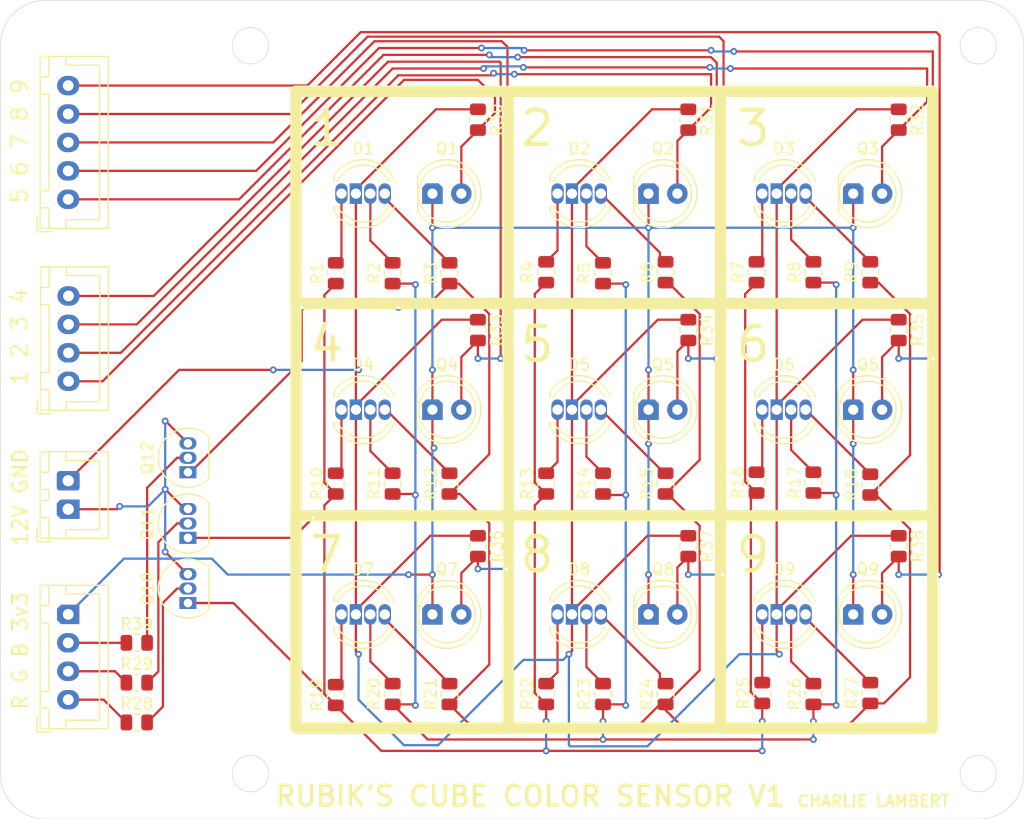
<source format=kicad_pcb>
(kicad_pcb (version 20240108) (generator "pcbnew") (generator_version "8.0")
  (title_block (title "Rubik's Cube Color Sensor") (date "2024-03-12") (rev "A") (company "Designed by Charlie Lambert") (comment 1 "Color sensor board for Rubik's Cube Solving Machine"))
  (layers (0 "F.Cu" signal) (31 "B.Cu" signal) (34 "B.Paste" user) (35 "F.Paste" user) (36 "B.SilkS" user "B.Silkscreen") (37 "F.SilkS" user "F.Silkscreen") (38 "B.Mask" user) (39 "F.Mask" user) (44 "Edge.Cuts" user))
  (net 0 "")
  (net 1 "Net-(D1-GA)")
  (net 2 "Net-(D1-BA)")
  (net 3 "Net-(D1-RA)")
  (net 4 "Net-(D1-K)")
  (net 5 "Net-(D2-BA)")
  (net 6 "Net-(D2-RA)")
  (net 7 "Net-(D2-GA)")
  (net 8 "Net-(D3-RA)")
  (net 9 "Net-(D3-BA)")
  (net 10 "Net-(D3-GA)")
  (net 11 "Net-(D4-GA)")
  (net 12 "Net-(D4-BA)")
  (net 13 "Net-(D4-RA)")
  (net 14 "Net-(D5-BA)")
  (net 15 "Net-(D5-RA)")
  (net 16 "Net-(D5-GA)")
  (net 17 "Net-(D6-RA)")
  (net 18 "Net-(D6-GA)")
  (net 19 "Net-(D6-BA)")
  (net 20 "Net-(D7-RA)")
  (net 21 "Net-(D7-BA)")
  (net 22 "Net-(D7-GA)")
  (net 23 "Net-(D8-GA)")
  (net 24 "Net-(D8-RA)")
  (net 25 "Net-(D8-BA)")
  (net 26 "Net-(D9-RA)")
  (net 27 "Net-(D9-BA)")
  (net 28 "Net-(D9-GA)")
  (net 29 "Net-(J1-GREEN)")
  (net 30 "Net-(J1-3v3)")
  (net 31 "Net-(J1-RED)")
  (net 32 "Net-(J1-BLUE)")
  (net 33 "Net-(J2-12V)")
  (net 34 "Net-(J3-Pin_1)")
  (net 35 "Net-(J3-Pin_4)")
  (net 36 "Net-(J3-Pin_2)")
  (net 37 "Net-(J3-Pin_3)")
  (net 38 "Net-(J4-Pin_1)")
  (net 39 "Net-(J4-Pin_4)")
  (net 40 "Net-(J4-Pin_2)")
  (net 41 "Net-(J4-Pin_5)")
  (net 42 "Net-(J4-Pin_3)")
  (net 43 "Net-(Q10-E)")
  (net 44 "Net-(Q10-B)")
  (net 45 "Net-(Q11-B)")
  (net 46 "Net-(Q11-E)")
  (net 47 "Net-(Q12-B)")
  (net 48 "Net-(Q12-E)")
  (footprint "Resistor_SMD:R_0805_2012Metric" (layer "F.Cu") (at 125.5 106.5 90)
    (property "Reference" "R10")
    (property "Value" "470R")
  )
  (footprint "LED_THT:LED_D5.0mm_Clear" (layer "F.Cu") (at 134 81)
    (property "Reference" "Q1")
    (property "Value" "PT334-6C")
  )
  (footprint "Resistor_SMD:R_0805_2012Metric" (layer "F.Cu") (at 156.5 93 -90)
    (property "Reference" "R34")
    (property "Value" "100kR")
  )
  (footprint "LED_THT:LED_D5.0mm_Clear" (layer "F.Cu") (at 171 100)
    (property "Reference" "Q6")
    (property "Value" "PT334-6C")
  )
  (footprint "Resistor_SMD:R_0805_2012Metric" (layer "F.Cu") (at 135.5 88 90)
    (property "Reference" "R3")
    (property "Value" "430R")
  )
  (footprint "LED_THT:LED_D5.0mm_Clear" (layer "F.Cu") (at 153 118)
    (property "Reference" "Q8")
    (property "Value" "PT334-6C")
  )
  (footprint "Connector_JST:JST_XH_B5B-XH-A_1x05_P2.50mm_Vertical" (layer "F.Cu") (at 101.975 81.5 90)
    (property "Reference" "J4" (hide yes))
    (property "Value" "Color Out 2")
  )
  (footprint "Resistor_SMD:R_0805_2012Metric" (layer "F.Cu") (at 138 74.5 -90)
    (property "Reference" "R30")
    (property "Value" "100kR")
  )
  (footprint "Resistor_SMD:R_0805_2012Metric" (layer "F.Cu") (at 172.5 124.9125 90)
    (property "Reference" "R27")
    (property "Value" "430R")
  )
  (footprint "Package_TO_SOT_THT:TO-92_Inline" (layer "F.Cu") (at 112.5 105.5 90)
    (property "Reference" "Q12")
    (property "Value" "PN2222A")
  )
  (footprint "LED_THT:LED_D5.0mm-RKGB" (layer "F.Cu") (at 126 100)
    (property "Reference" "D4")
    (property "Value" "LED_KRGB")
  )
  (footprint "Resistor_SMD:R_0805_2012Metric" (layer "F.Cu") (at 175 93 -90)
    (property "Reference" "R35")
    (property "Value" "100kR")
  )
  (footprint "LED_THT:LED_D5.0mm_Clear" (layer "F.Cu") (at 153 100)
    (property "Reference" "Q5")
    (property "Value" "PT334-6C")
  )
  (footprint "Resistor_SMD:R_0805_2012Metric" (layer "F.Cu") (at 125.5 125.0875 90)
    (property "Reference" "R19")
    (property "Value" "470R")
  )
  (footprint "Package_TO_SOT_THT:TO-92_Inline" (layer "F.Cu") (at 112.5 117 90)
    (property "Reference" "Q10")
    (property "Value" "PN2222A")
  )
  (footprint "Resistor_SMD:R_0805_2012Metric" (layer "F.Cu") (at 154.5 87.9125 90)
    (property "Reference" "R6")
    (property "Value" "430R")
  )
  (footprint "Resistor_SMD:R_0805_2012Metric" (layer "F.Cu") (at 130.5 125 90)
    (property "Reference" "R20")
    (property "Value" "430R")
  )
  (footprint "Resistor_SMD:R_0805_2012Metric" (layer "F.Cu") (at 172.5 87.9125 90)
    (property "Reference" "R9")
    (property "Value" "430R")
  )
  (footprint "Resistor_SMD:R_0805_2012Metric" (layer "F.Cu") (at 167.5 106.4125 90)
    (property "Reference" "R17")
    (property "Value" "430R")
  )
  (footprint "LED_THT:LED_D5.0mm_Clear" (layer "F.Cu") (at 171 81)
    (property "Reference" "Q3")
    (property "Value" "PT334-6C")
  )
  (footprint "Resistor_SMD:R_0805_2012Metric" (layer "F.Cu") (at 167.5 87.9125 90)
    (property "Reference" "R8")
    (property "Value" "430R")
  )
  (footprint "Resistor_SMD:R_0805_2012Metric" (layer "F.Cu") (at 135.5 125 90)
    (property "Reference" "R21")
    (property "Value" "430R")
  )
  (footprint "Resistor_SMD:R_0805_2012Metric" (layer "F.Cu") (at 108 127.5)
    (property "Reference" "R28")
    (property "Value" "1kR")
  )
  (footprint "Resistor_SMD:R_0805_2012Metric" (layer "F.Cu") (at 175 74.5 -90)
    (property "Reference" "R32")
    (property "Value" "100kR")
  )
  (footprint "Package_TO_SOT_THT:TO-92_Inline" (layer "F.Cu") (at 112.5 111.27 90)
    (property "Reference" "Q11")
    (property "Value" "PN2222A")
  )
  (footprint "Resistor_SMD:R_0805_2012Metric" (layer "F.Cu") (at 130.5 106.5 90)
    (property "Reference" "R11")
    (property "Value" "430R")
  )
  (footprint "LED_THT:LED_D5.0mm-RKGB" (layer "F.Cu") (at 163 100)
    (property "Reference" "D6")
    (property "Value" "LED_KRGB")
  )
  (footprint "Resistor_SMD:R_0805_2012Metric" (layer "F.Cu") (at 154.5 125 90)
    (property "Reference" "R24")
    (property "Value" "430R")
  )
  (footprint "Resistor_SMD:R_0805_2012Metric" (layer "F.Cu") (at 149 125 90)
    (property "Reference" "R23")
    (property "Value" "430R")
  )
  (footprint "LED_THT:LED_D5.0mm_Clear" (layer "F.Cu") (at 153 81)
    (property "Reference" "Q2")
    (property "Value" "PT334-6C")
  )
  (footprint "Resistor_SMD:R_0805_2012Metric" (layer "F.Cu") (at 144 106.5 90)
    (property "Reference" "R13")
    (property "Value" "470R")
  )
  (footprint "Resistor_SMD:R_0805_2012Metric" (layer "F.Cu") (at 135.5 106.5 90)
    (property "Reference" "R12")
    (property "Value" "430R")
  )
  (footprint "Resistor_SMD:R_0805_2012Metric" (layer "F.Cu") (at 154.5 106.5 90)
    (property "Reference" "R15")
    (property "Value" "430R")
  )
  (footprint "Resistor_SMD:R_0805_2012Metric" (layer "F.Cu") (at 108 124)
    (property "Reference" "R29")
    (property "Value" "1kR")
  )
  (footprint "Resistor_SMD:R_0805_2012Metric" (layer "F.Cu") (at 130.5 88 90)
    (property "Reference" "R2")
    (property "Value" "430R")
  )
  (footprint "LED_THT:LED_D5.0mm_Clear" (layer "F.Cu") (at 171 118)
    (property "Reference" "Q9")
    (property "Value" "PT334-6C")
  )
  (footprint "Resistor_SMD:R_0805_2012Metric" (layer "F.Cu") (at 138 112 -90)
    (property "Reference" "R36")
    (property "Value" "100kR")
  )
  (footprint "LED_THT:LED_D5.0mm-RKGB" (layer "F.Cu") (at 145 100)
    (property "Reference" "D5")
    (property "Value" "LED_KRGB")
  )
  (footprint "Resistor_SMD:R_0805_2012Metric" (layer "F.Cu") (at 149 88 90)
    (property "Reference" "R5")
    (property "Value" "430R")
  )
  (footprint "LED_THT:LED_D5.0mm-RKGB" (layer "F.Cu") (at 145 118)
    (property "Reference" "D8")
    (property "Value" "LED_KRGB")
  )
  (footprint "Resistor_SMD:R_0805_2012Metric" (layer "F.Cu") (at 167.5 125 90)
    (property "Reference" "R26")
    (property "Value" "430R")
  )
  (footprint "Connector_JST:JST_XH_B2B-XH-A_1x02_P2.50mm_Vertical" (layer "F.Cu") (at 101.975 108.75 90)
    (property "Reference" "J2" (hide yes))
    (property "Value" "Power")
  )
  (footprint "Resistor_SMD:R_0805_2012Metric" (layer "F.Cu") (at 125.5 88 90)
    (property "Reference" "R1")
    (property "Value" "470R")
  )
  (footprint "Resistor_SMD:R_0805_2012Metric" (layer "F.Cu") (at 175 112 -90)
    (property "Reference" "R38")
    (property "Value" "100kR")
  )
  (footprint "Resistor_SMD:R_0805_2012Metric" (layer "F.Cu") (at 162.5 106.4125 90)
    (property "Reference" "R16")
    (property "Value" "470R")
  )
  (footprint "Resistor_SMD:R_0805_2012Metric" (layer "F.Cu") (at 108 120.5)
    (property "Reference" "R39")
    (property "Value" "1kR")
  )
  (footprint "Resistor_SMD:R_0805_2012Metric" (layer "F.Cu") (at 163 124.9125 90)
    (property "Reference" "R25")
    (property "Value" "470R")
  )
  (footprint "Resistor_SMD:R_0805_2012Metric" (layer "F.Cu") (at 138 93 -90)
    (property "Reference" "R33")
    (property "Value" "100kR")
  )
  (footprint "Resistor_SMD:R_0805_2012Metric" (layer "F.Cu") (at 149 106.5 90)
    (property "Reference" "R14")
    (property "Value" "430R")
  )
  (footprint "LED_THT:LED_D5.0mm-RKGB" (layer "F.Cu") (at 163 81)
    (property "Reference" "D3")
    (property "Value" "LED_KRGB")
  )
  (footprint "LED_THT:LED_D5.0mm-RKGB" (layer "F.Cu") (at 126 118)
    (property "Reference" "D7")
    (property "Value" "LED_KRGB")
  )
  (footprint "LED_THT:LED_D5.0mm-RKGB" (layer "F.Cu") (at 145 81)
    (property "Reference" "D2")
    (property "Value" "LED_KRGB")
  )
  (footprint "Resistor_SMD:R_0805_2012Metric" (layer "F.Cu") (at 172.5 106.5875 90)
    (property "Reference" "R18")
    (property "Value" "430R")
  )
  (footprint "Connector_JST:JST_XH_B4B-XH-A_1x04_P2.50mm_Vertical" (layer "F.Cu") (at 102 97.5 90)
    (property "Reference" "J3" (hide yes))
    (property "Value" "Color Out 1")
  )
  (footprint "Resistor_SMD:R_0805_2012Metric" (layer "F.Cu") (at 144 125 90)
    (property "Reference" "R22")
    (property "Value" "470R")
  )
  (footprint "LED_THT:LED_D5.0mm_Clear" (layer "F.Cu") (at 134 100)
    (property "Reference" "Q4")
    (property "Value" "PT334-6C")
  )
  (footprint "Resistor_SMD:R_0805_2012Metric" (layer "F.Cu") (at 156.5 74.5 -90)
    (property "Reference" "R31")
    (property "Value" "100kR")
  )
  (footprint "LED_THT:LED_D5.0mm_Clear" (layer "F.Cu") (at 134 118)
    (property "Reference" "Q7")
    (property "Value" "PT334-6C")
  )
  (footprint "LED_THT:LED_D5.0mm-RKGB" (layer "F.Cu") (at 163 118)
    (property "Reference" "D9")
    (property "Value" "LED_KRGB")
  )
  (footprint "Resistor_SMD:R_0805_2012Metric" (layer "F.Cu") (at 162.5 87.9125 90)
    (property "Reference" "R7")
    (property "Value" "470R")
  )
  (footprint "LED_THT:LED_D5.0mm-RKGB" (layer "F.Cu") (at 126 81)
    (property "Reference" "D1")
    (property "Value" "LED_KRGB")
  )
  (footprint "Resistor_SMD:R_0805_2012Metric" (layer "F.Cu") (at 156.5 112 -90)
    (property "Reference" "R37")
    (property "Value" "100kR")
  )
  (footprint "Resistor_SMD:R_0805_2012Metric" (layer "F.Cu") (at 144 87.9125 90)
    (property "Reference" "R4")
    (property "Value" "470R")
  )
  (footprint "Connector_JST:JST_XH_B4B-XH-A_1x04_P2.50mm_Vertical" (layer "F.Cu") (at 101.975 125.5 90)
    (property "Reference" "J1" (hide yes))
    (property "Value" "Color Pins")
  )
  (gr_rect (start 122 72) (end 178 128) (stroke (width 0.1)) (fill none) (layer "F.SilkS"))
  (gr_rect (start 159.333333 72) (end 178 128) (stroke (width 1)) (fill none) (layer "F.SilkS"))
  (gr_rect (start 122 72) (end 178 90.666667) (stroke (width 1)) (fill none) (layer "F.SilkS"))
  (gr_rect (start 122 109.333333) (end 178 128) (stroke (width 1)) (fill none) (layer "F.SilkS"))
  (gr_rect (start 122 72) (end 140.666667 128) (stroke (width 1)) (fill none) (layer "F.SilkS"))
  (gr_arc (start 186 132) (mid 184.828427 134.828427) (end 182 136) (stroke (width 0.05)) (layer "Edge.Cuts"))
  (gr_circle (center 182 132) (end 183.6 132) (stroke (width 0.05)) (fill none) (layer "Edge.Cuts"))
  (gr_line (start 182 136) (end 100 136) (stroke (width 0.05)) (layer "Edge.Cuts"))
  (gr_circle (center 118 68) (end 119.6 68) (stroke (width 0.05)) (fill none) (layer "Edge.Cuts"))
  (gr_line (start 182 64) (end 100 64) (stroke (width 0.05)) (layer "Edge.Cuts"))
  (gr_line (start 186 132) (end 186 68) (stroke (width 0.05)) (layer "Edge.Cuts"))
  (gr_arc (start 182 64) (mid 184.828427 65.171573) (end 186 68) (stroke (width 0.05)) (layer "Edge.Cuts"))
  (gr_arc (start 100 136) (mid 97.171573 134.828427) (end 96 132) (stroke (width 0.05)) (layer "Edge.Cuts"))
  (gr_circle (center 182 68) (end 183.6 68) (stroke (width 0.05)) (fill none) (layer "Edge.Cuts"))
  (gr_line (start 96 132) (end 96 68) (stroke (width 0.05)) (layer "Edge.Cuts"))
  (gr_arc (start 96 68) (mid 97.171573 65.171573) (end 100 64) (stroke (width 0.05)) (layer "Edge.Cuts"))
  (gr_circle (center 118 132) (end 119.6 132) (stroke (width 0.05)) (fill none) (layer "Edge.Cuts"))
  (gr_text "2" (at 141.5 77 0) (layer "F.SilkS") (effects (font (size 3 3) (thickness 0.4)) (justify left bottom)))
  (gr_text "CHARLIE LAMBERT" (at 166 135 0) (layer "F.SilkS") (effects (font (size 1 1) (thickness 0.2) (bold yes)) (justify left bottom)))
  (gr_text "R G B 3v3" (at 98.5 126.5 90) (layer "F.SilkS") (effects (font (size 1.3 1.3) (thickness 0.2)) (justify left bottom)))
  (gr_text "4" (at 123 96 0) (layer "F.SilkS") (effects (font (size 3 3) (thickness 0.4)) (justify left bottom)))
  (gr_text "RUBIK'S CUBE COLOR SENSOR V1" (at 120 135 0) (layer "F.SilkS") (effects (font (size 1.75 1.75) (thickness 0.3) (bold yes)) (justify left bottom)))
  (gr_text "1 2 3 4" (at 98.5 98 90) (layer "F.SilkS") (effects (font (size 1.4 1.4) (thickness 0.2)) (justify left bottom)))
  (gr_text "9" (at 160.5 114.5 0) (layer "F.SilkS") (effects (font (size 3 3) (thickness 0.4)) (justify left bottom)))
  (gr_text "8" (at 141.5 114.5 0) (layer "F.SilkS") (effects (font (size 3 3) (thickness 0.4)) (justify left bottom)))
  (gr_text "6" (at 160.5 96 0) (layer "F.SilkS") (effects (font (size 3 3) (thickness 0.4)) (justify left bottom)))
  (gr_text "3" (at 160.5 77 0) (layer "F.SilkS") (effects (font (size 3 3) (thickness 0.4)) (justify left bottom)))
  (gr_text "	12V GND\n" (at 98.5 117 90) (layer "F.SilkS") (effects (font (size 1.3 1.3) (thickness 0.2)) (justify left bottom)))
  (gr_text "7" (at 123 114.5 0) (layer "F.SilkS") (effects (font (size 3 3) (thickness 0.4)) (justify left bottom)))
  (gr_text "5" (at 141.5 96 0) (layer "F.SilkS") (effects (font (size 3 3) (thickness 0.4)) (justify left bottom)))
  (gr_text "5 6 7 8 9" (at 98.5 82 90) (layer "F.SilkS") (effects (font (size 1.4 1.4) (thickness 0.2)) (justify left bottom)))
  (gr_text "1" (at 123 77 0) (layer "F.SilkS") (effects (font (size 3 3) (thickness 0.4)) (justify left bottom)))
  (segment (start 128.54 85.1275) (end 130.5 87.0875) (width 0.2) (layer "F.Cu") (net 1))
  (segment (start 128.54 81) (end 128.54 85.1275) (width 0.2) (layer "F.Cu") (net 1))
  (segment (start 129.81 81.3975) (end 135.5 87.0875) (width 0.2) (layer "F.Cu") (net 2))
  (segment (start 126 86.5875) (end 125.5 87.0875) (width 0.2) (layer "F.Cu") (net 3))
  (segment (start 126 81) (end 126 86.5875) (width 0.2) (layer "F.Cu") (net 3))
  (segment (start 127.27 100) (end 127.27 96.73) (width 0.2) (layer "F.Cu") (net 4))
  (segment (start 164.27 118) (end 164.27 121.27) (width 0.2) (layer "F.Cu") (net 4))
  (segment (start 127.27 80.635) (end 134.3175 73.5875) (width 0.2) (layer "F.Cu") (net 4))
  (segment (start 127.27 117.635) (end 133.8175 111.0875) (width 0.2) (layer "F.Cu") (net 4))
  (segment (start 127.27 96.27) (end 127.27 81) (width 0.2) (layer "F.Cu") (net 4))
  (segment (start 152.906632 111.0875) (end 156.5 111.0875) (width 0.2) (layer "F.Cu") (net 4))
  (segment (start 127.27 99.635) (end 134.8175 92.0875) (width 0.2) (layer "F.Cu") (net 4))
  (segment (start 146.27 121.23) (end 146 121.5) (width 0.2) (layer "F.Cu") (net 4))
  (segment (start 164.27 100) (end 164.27 81) (width 0.2) (layer "F.Cu") (net 4))
  (segment (start 146.27 118) (end 146.27 100) (width 0.2) (layer "F.Cu") (net 4))
  (segment (start 146.27 117.724132) (end 152.906632 111.0875) (width 0.2) (layer "F.Cu") (net 4))
  (segment (start 111.725 96.5) (end 120 96.5) (width 0.2) (layer "F.Cu") (net 4))
  (segment (start 164.27 117.635) (end 170.8175 111.0875) (width 0.2) (layer "F.Cu") (net 4))
  (segment (start 146.27 118) (end 146.27 121.23) (width 0.2) (layer "F.Cu") (net 4))
  (segment (start 164.27 117.635) (end 164.27 100) (width 0.2) (layer "F.Cu") (net 4))
  (segment (start 170.8175 111.0875) (end 175 111.0875) (width 0.2) (layer "F.Cu") (net 4))
  (segment (start 127.27 118) (end 127.27 100) (width 0.2) (layer "F.Cu") (net 4))
  (segment (start 164.27 121.27) (end 164.5 121.5) (width 0.2) (layer "F.Cu") (net 4))
  (segment (start 171.3175 73.5875) (end 175 73.5875) (width 0.2) (layer "F.Cu") (net 4))
  (segment (start 146.27 80.635) (end 153.3175 73.5875) (width 0.2) (layer "F.Cu") (net 4))
  (segment (start 101.975 106.25) (end 111.725 96.5) (width 0.2) (layer "F.Cu") (net 4))
  (segment (start 164.27 99.635) (end 171.8175 92.0875) (width 0.2) (layer "F.Cu") (net 4))
  (segment (start 127.27 118) (end 127.27 121.27) (width 0.2) (layer "F.Cu") (net 4))
  (segment (start 134.8175 92.0875) (end 138 92.0875) (width 0.2) (layer "F.Cu") (net 4))
  (segment (start 127.5 96.5) (end 127.27 96.27) (width 0.2) (layer "F.Cu") (net 4))
  (segment (start 153.3175 73.5875) (end 156.5 73.5875) (width 0.2) (layer "F.Cu") (net 4))
  (segment (start 133.8175 111.0875) (end 138 111.0875) (width 0.2) (layer "F.Cu") (net 4))
  (segment (start 127.27 121.27) (end 127.5 121.5) (width 0.2) (layer "F.Cu") (net 4))
  (segment (start 171.8175 92.0875) (end 175 92.0875) (width 0.2) (layer "F.Cu") (net 4))
  (segment (start 134.3175 73.5875) (end 138 73.5875) (width 0.2) (layer "F.Cu") (net 4))
  (segment (start 146.27 100) (end 146.27 81) (width 0.2) (layer "F.Cu") (net 4))
  (segment (start 164.27 80.635) (end 171.3175 73.5875) (width 0.2) (layer "F.Cu") (net 4))
  (segment (start 146.27 99.635) (end 153.8175 92.0875) (width 0.2) (layer "F.Cu") (net 4))
  (segment (start 153.8175 92.0875) (end 156.5 92.0875) (width 0.2) (layer "F.Cu") (net 4))
  (segment (start 127.27 96.73) (end 127.5 96.5) (width 0.2) (layer "F.Cu") (net 4))
  (via (at 164.5 121.5) (size 0.6) (drill 0.3) (layers "F.Cu" "B.Cu") (net 4))
  (via (at 127.5 121.5) (size 0.6) (drill 0.3) (layers "F.Cu" "B.Cu") (net 4))
  (via (at 146 121.5) (size 0.6) (drill 0.3) (layers "F.Cu" "B.Cu") (net 4))
  (via (at 127.5 96.5) (size 0.6) (drill 0.3) (layers "F.Cu" "B.Cu") (net 4))
  (via (at 120 96.5) (size 0.6) (drill 0.3) (layers "F.Cu" "B.Cu") (net 4))
  (segment (start 127.5 121.5) (end 127.5 125.5) (width 0.2) (layer "B.Cu") (net 4))
  (segment (start 127.5 125.5) (end 131.5 129.5) (width 0.2) (layer "B.Cu") (net 4))
  (segment (start 131.5 129.5) (end 134.5 129.5) (width 0.2) (layer "B.Cu") (net 4))
  (segment (start 152.9 129.6) (end 161 121.5) (width 0.2) (layer "B.Cu") (net 4))
  (segment (start 145.5 122) (end 146 121.5) (width 0.2) (layer "B.Cu") (net 4))
  (segment (start 146 129.5) (end 146.1 129.6) (width 0.2) (layer "B.Cu") (net 4))
  (segment (start 127.5 96.5) (end 120 96.5) (width 0.2) (layer "B.Cu") (net 4))
  (segment (start 146.1 129.6) (end 152.9 129.6) (width 0.2) (layer "B.Cu") (net 4))
  (segment (start 134.5 129.5) (end 142 122) (width 0.2) (layer "B.Cu") (net 4))
  (segment (start 161 121.5) (end 164.5 121.5) (width 0.2) (layer "B.Cu") (net 4))
  (segment (start 142 122) (end 145.5 122) (width 0.2) (layer "B.Cu") (net 4))
  (segment (start 146 121.5) (end 146 129.5) (width 0.2) (layer "B.Cu") (net 4))
  (segment (start 148.81 81) (end 154 86.19) (width 0.2) (layer "F.Cu") (net 5))
  (segment (start 154 86.19) (end 154 87) (width 0.2) (layer "F.Cu") (net 5))
  (segment (start 145 86) (end 144 87) (width 0.2) (layer "F.Cu") (net 6))
  (segment (start 145 81) (end 145 86) (width 0.2) (layer "F.Cu") (net 6))
  (segment (start 147.54 81) (end 147.54 85.6275) (width 0.2) (layer "F.Cu") (net 7))
  (segment (start 147.54 85.6275) (end 149 87.0875) (width 0.2) (layer "F.Cu") (net 7))
  (segment (start 163 81) (end 163 86.5) (width 0.2) (layer "F.Cu") (net 8))
  (segment (start 163 86.5) (end 162.5 87) (width 0.2) (layer "F.Cu") (net 8))
  (segment (start 166.81 81.31) (end 172.5 87) (width 0.2) (layer "F.Cu") (net 9))
  (segment (start 165.54 85.04) (end 167.5 87) (width 0.2) (layer "F.Cu") (net 10))
  (segment (start 165.54 81) (end 165.54 85.04) (width 0.2) (layer "F.Cu") (net 10))
  (segment (start 128.54 103.6275) (end 130.5 105.5875) (width 0.2) (layer "F.Cu") (net 11))
  (segment (start 128.54 100) (end 128.54 103.6275) (width 0.2) (layer "F.Cu") (net 11))
  (segment (start 129.9125 100) (end 135.5 105.5875) (width 0.2) (layer "F.Cu") (net 12))
  (segment (start 126 100) (end 126 105.0875) (width 0.2) (layer "F.Cu") (net 13))
  (segment (start 126 105.0875) (end 125.5 105.5875) (width 0.2) (layer "F.Cu") (net 13))
  (segment (start 148.81 100) (end 154 105.19) (width 0.2) (layer "F.Cu") (net 14))
  (segment (start 145 100) (end 145 104.5875) (width 0.2) (layer "F.Cu") (net 15))
  (segment (start 145 104.5875) (end 144 105.5875) (width 0.2) (layer "F.Cu") (net 15))
  (segment (start 147.54 100) (end 147.54 104.1275) (width 0.2) (layer "F.Cu") (net 16))
  (segment (start 147.54 104.1275) (end 149 105.5875) (width 0.2) (layer "F.Cu") (net 16))
  (segment (start 163 100) (end 163 105) (width 0.2) (layer "F.Cu") (net 17))
  (segment (start 163 105) (end 162.5 105.5) (width 0.2) (layer "F.Cu") (net 17))
  (segment (start 165.54 103.54) (end 167.5 105.5) (width 0.2) (layer "F.Cu") (net 18))
  (segment (start 165.54 100) (end 165.54 103.54) (width 0.2) (layer "F.Cu") (net 18))
  (segment (start 166.825 100) (end 172.5 105.675) (width 0.2) (layer "F.Cu") (net 19))
  (segment (start 126 118) (end 126 123.675) (width 0.2) (layer "F.Cu") (net 20))
  (segment (start 126 123.675) (end 125.5 124.175) (width 0.2) (layer "F.Cu") (net 20))
  (segment (start 129.81 118.3975) (end 135.5 124.0875) (width 0.2) (layer "F.Cu") (net 21))
  (segment (start 128.54 122.1275) (end 130.5 124.0875) (width 0.2) (layer "F.Cu") (net 22))
  (segment (start 128.54 118) (end 128.54 122.1275) (width 0.2) (layer "F.Cu") (net 22))
  (segment (start 147.54 122.6275) (end 149 124.0875) (width 0.2) (layer "F.Cu") (net 23))
  (segment (start 147.54 118) (end 147.54 122.6275) (width 0.2) (layer "F.Cu") (net 23))
  (segment (start 145 118) (end 145 123.0875) (width 0.2) (layer "F.Cu") (net 24))
  (segment (start 145 123.0875) (end 144 124.0875) (width 0.2) (layer "F.Cu") (net 24))
  (segment (start 148.81 118) (end 154 123.19) (width 0.2) (layer "F.Cu") (net 25))
  (segment (start 154 123.19) (end 154 124.0875) (width 0.2) (layer "F.Cu") (net 25))
  (segment (start 163 118) (end 163 124) (width 0.2) (layer "F.Cu") (net 26))
  (segment (start 166.81 118.31) (end 172.5 124) (width 0.2) (layer "F.Cu") (net 27))
  (segment (start 165.54 122.1275) (end 167.5 124.0875) (width 0.2) (layer "F.Cu") (net 28))
  (segment (start 165.54 118) (end 165.54 122.1275) (width 0.2) (layer "F.Cu") (net 28))
  (segment (start 106.0875 123) (end 107.0875 124) (width 0.2) (layer "F.Cu") (net 29))
  (segment (start 101.975 123) (end 106.0875 123) (width 0.2) (layer "F.Cu") (net 29))
  (segment (start 134 117.5) (end 134 114.5) (width 0.2) (layer "F.Cu") (net 30))
  (segment (start 131.9 114.5) (end 134 114.5) (width 0.2) (layer "F.Cu") (net 30))
  (segment (start 171 118) (end 171 114.5) (width 0.2) (layer "F.Cu") (net 30))
  (segment (start 153 100) (end 153 96.5) (width 0.2) (layer "F.Cu") (net 30))
  (segment (start 153 84) (end 153 81) (width 0.2) (layer "F.Cu") (net 30))
  (segment (start 134 99.5) (end 134 96.5) (width 0.2) (layer "F.Cu") (net 30))
  (segment (start 171 103) (end 171 100) (width 0.2) (layer "F.Cu") (net 30))
  (segment (start 134.130515 103.369485) (end 134 103.23897) (width 0.2) (layer "F.Cu") (net 30))
  (segment (start 153 118) (end 153 114.5) (width 0.2) (layer "F.Cu") (net 30))
  (segment (start 134 84) (end 134 81) (width 0.2) (layer "F.Cu") (net 30))
  (segment (start 171 100) (end 171 99) (width 0.2) (layer "F.Cu") (net 30))
  (segment (start 171 99) (end 171 96.5) (width 0.2) (layer "F.Cu") (net 30))
  (segment (start 134 103.23897) (end 134 100) (width 0.2) (layer "F.Cu") (net 30))
  (segment (start 153 103) (end 153 100) (width 0.2) (layer "F.Cu") (net 30))
  (segment (start 171 84) (end 171 81) (width 0.2) (layer "F.Cu") (net 30))
  (via (at 171 84) (size 0.6) (drill 0.3) (layers "F.Cu" "B.Cu") (net 30))
  (via (at 153 103) (size 0.6) (drill 0.3) (layers "F.Cu" "B.Cu") (net 30))
  (via (at 134 114.5) (size 0.6) (drill 0.3) (layers "F.Cu" "B.Cu") (net 30))
  (via (at 171 114.5) (size 0.6) (drill 0.3) (layers "F.Cu" "B.Cu") (net 30))
  (via (at 171 103) (size 0.6) (drill 0.3) (layers "F.Cu" "B.Cu") (net 30))
  (via (at 153 84) (size 0.6) (drill 0.3) (layers "F.Cu" "B.Cu") (net 30))
  (via (at 171 96.5) (size 0.6) (drill 0.3) (layers "F.Cu" "B.Cu") (net 30))
  (via (at 153 96.5) (size 0.6) (drill 0.3) (layers "F.Cu" "B.Cu") (net 30))
  (via (at 153 114.5) (size 0.6) (drill 0.3) (layers "F.Cu" "B.Cu") (net 30))
  (via (at 134 96.5) (size 0.6) (drill 0.3) (layers "F.Cu" "B.Cu") (net 30))
  (via (at 134.130515 103.369485) (size 0.6) (drill 0.3) (layers "F.Cu" "B.Cu") (net 30))
  (via (at 131.9 114.5) (size 0.6) (drill 0.3) (layers "F.Cu" "B.Cu") (net 30))
  (via (at 134 84) (size 0.6) (drill 0.3) (layers "F.Cu" "B.Cu") (net 30))
  (segment (start 131.9 114.5) (end 116 114.5) (width 0.2) (layer "B.Cu") (net 30))
  (segment (start 116 114.5) (end 114.6 113.1) (width 0.2) (layer "B.Cu") (net 30))
  (segment (start 106.875 113.1) (end 101.975 118) (width 0.2) (layer "B.Cu") (net 30))
  (segment (start 153 114.5) (end 153 103) (width 0.2) (layer "B.Cu") (net 30))
  (segment (start 134 114.5) (end 134 103.5) (width 0.2) (layer "B.Cu") (net 30))
  (segment (start 134 103.5) (end 134.130515 103.369485) (width 0.2) (layer "B.Cu") (net 30))
  (segment (start 153 84) (end 171 84) (width 0.2) (layer "B.Cu") (net 30))
  (segment (start 134 84) (end 153 84) (width 0.2) (layer "B.Cu") (net 30))
  (segment (start 171 96.5) (end 171 84) (width 0.2) (layer "B.Cu") (net 30))
  (segment (start 134 96.5) (end 134 84) (width 0.2) (layer "B.Cu") (net 30))
  (segment (start 153 96.5) (end 153 84) (width 0.2) (layer "B.Cu") (net 30))
  (segment (start 114.6 113.1) (end 106.875 113.1) (width 0.2) (layer "B.Cu") (net 30))
  (segment (start 171 114.5) (end 171 103) (width 0.2) (layer "B.Cu") (net 30))
  (segment (start 105.0875 125.5) (end 107.0875 127.5) (width 0.2) (layer "F.Cu") (net 31))
  (segment (start 101.975 125.5) (end 105.0875 125.5) (width 0.2) (layer "F.Cu") (net 31))
  (segment (start 101.975 120.5) (end 107.0875 120.5) (width 0.2) (layer "F.Cu") (net 32))
  (segment (start 112.5 102.96) (end 110.54 101) (width 0.2) (layer "F.Cu") (net 33))
  (segment (start 110.54 101) (end 110.5 101) (width 0.2) (layer "F.Cu") (net 33))
  (segment (start 106.25 108.75) (end 106.5 108.5) (width 0.2) (layer "F.Cu") (net 33))
  (segment (start 112.23 108.73) (end 110.5 107) (width 0.2) (layer "F.Cu") (net 33))
  (segment (start 110.5 112.5) (end 112.46 114.46) (width 0.2) (layer "F.Cu") (net 33))
  (segment (start 101.975 108.75) (end 106.25 108.75) (width 0.2) (layer "F.Cu") (net 33))
  (via (at 110.5 101) (size 0.6) (drill 0.3) (layers "F.Cu" "B.Cu") (net 33))
  (via (at 110.5 107) (size 0.6) (drill 0.3) (layers "F.Cu" "B.Cu") (net 33))
  (via (at 106.5 108.5) (size 0.6) (drill 0.3) (layers "F.Cu" "B.Cu") (net 33))
  (via (at 110.5 112.5) (size 0.6) (drill 0.3) (layers "F.Cu" "B.Cu") (net 33))
  (segment (start 109 108.5) (end 106.5 108.5) (width 0.2) (layer "B.Cu") (net 33))
  (segment (start 110.5 101) (end 110.5 107) (width 0.2) (layer "B.Cu") (net 33))
  (segment (start 110.5 107) (end 109 108.5) (width 0.2) (layer "B.Cu") (net 33))
  (segment (start 110.5 107) (end 110.5 112.5) (width 0.2) (layer "B.Cu") (net 33))
  (segment (start 138 71) (end 131.5 71) (width 0.2) (layer "F.Cu") (net 34))
  (segment (start 139.5 73.9125) (end 139.5 72.5) (width 0.2) (layer "F.Cu") (net 34))
  (segment (start 136.54 76.8725) (end 138 75.4125) (width 0.2) (layer "F.Cu") (net 34))
  (segment (start 131.5 71) (end 105 97.5) (width 0.2) (layer "F.Cu") (net 34))
  (segment (start 136.54 81) (end 136.54 76.8725) (width 0.2) (layer "F.Cu") (net 34))
  (segment (start 105 97.5) (end 102 97.5) (width 0.2) (layer "F.Cu") (net 34))
  (segment (start 139.5 72.5) (end 138 71) (width 0.2) (layer "F.Cu") (net 34))
  (segment (start 138 75.4125) (end 139.5 73.9125) (width 0.2) (layer "F.Cu") (net 34))
  (segment (start 136.54 95.3725) (end 138 93.9125) (width 0.2) (layer "F.Cu") (net 35))
  (segment (start 138 93.9125) (end 138 95.5) (width 0.2) (layer "F.Cu") (net 35))
  (segment (start 136.54 100) (end 136.54 95.3725) (width 0.2) (layer "F.Cu") (net 35))
  (segment (start 109.5 90) (end 130.1 69.4) (width 0.2) (layer "F.Cu") (net 35))
  (segment (start 139.9 69.4) (end 140 69.5) (width 0.2) (layer "F.Cu") (net 35))
  (segment (start 109.5 90) (end 102 90) (width 0.2) (layer "F.Cu") (net 35))
  (segment (start 140 69.5) (end 140 95.5) (width 0.2) (layer "F.Cu") (net 35))
  (segment (start 130.1 69.4) (end 139.9 69.4) (width 0.2) (layer "F.Cu") (net 35))
  (via (at 138 95.5) (size 0.6) (drill 0.3) (layers "F.Cu" "B.Cu") (net 35))
  (via (at 140 95.5) (size 0.6) (drill 0.3) (layers "F.Cu" "B.Cu") (net 35))
  (segment (start 138 95.5) (end 140 95.5) (width 0.2) (layer "B.Cu") (net 35))
  (segment (start 139.193981 70.6) (end 139.38233 70.411651) (width 0.2) (layer "F.Cu") (net 36))
  (segment (start 156.5 75.4125) (end 158.5 73.4125) (width 0.2) (layer "F.Cu") (net 36))
  (segment (start 158.5 70.5) (end 141.2 70.5) (width 0.2) (layer "F.Cu") (net 36))
  (segment (start 131 70.6) (end 106.6 95) (width 0.2) (layer "F.Cu") (net 36))
  (segment (start 158.5 73.4125) (end 158.5 70.5) (width 0.2) (layer "F.Cu") (net 36))
  (segment (start 106.6 95) (end 102 95) (width 0.2) (layer "F.Cu") (net 36))
  (segment (start 131 70.6) (end 139.193981 70.6) (width 0.2) (layer "F.Cu") (net 36))
  (segment (start 155.54 76.3725) (end 156.5 75.4125) (width 0.2) (layer "F.Cu") (net 36))
  (segment (start 130.965686 70.6) (end 131 70.6) (width 0.2) (layer "F.Cu") (net 36))
  (segment (start 155.54 81) (end 155.54 76.3725) (width 0.2) (layer "F.Cu") (net 36))
  (via (at 141.2 70.5) (size 0.6) (drill 0.3) (layers "F.Cu" "B.Cu") (net 36))
  (via (at 139.38233 70.411651) (size 0.6) (drill 0.3) (layers "F.Cu" "B.Cu") (net 36))
  (segment (start 139.470679 70.5) (end 139.38233 70.411651) (width 0.2) (layer "B.Cu") (net 36))
  (segment (start 141.2 70.5) (end 139.470679 70.5) (width 0.2) (layer "B.Cu") (net 36))
  (segment (start 175 75.4125) (end 177.5 72.9125) (width 0.2) (layer "F.Cu") (net 37))
  (segment (start 130.5 70) (end 138.5 70) (width 0.2) (layer "F.Cu") (net 37))
  (segment (start 177.5 72.9125) (end 177.5 70) (width 0.2) (layer "F.Cu") (net 37))
  (segment (start 108 92.5) (end 102 92.5) (width 0.2) (layer "F.Cu") (net 37))
  (segment (start 173.54 81) (end 173.54 76.8725) (width 0.2) (layer "F.Cu") (net 37))
  (segment (start 108 92.5) (end 130.5 70) (width 0.2) (layer "F.Cu") (net 37))
  (segment (start 158.4 69.9) (end 142 69.9) (width 0.2) (layer "F.Cu") (net 37))
  (segment (start 173.54 76.8725) (end 175 75.4125) (width 0.2) (layer "F.Cu") (net 37))
  (segment (start 160.2 70) (end 177.5 70) (width 0.2) (layer "F.Cu") (net 37))
  (via (at 142 69.9) (size 0.6) (drill 0.3) (layers "F.Cu" "B.Cu") (net 37))
  (via (at 138.5 70) (size 0.6) (drill 0.3) (layers "F.Cu" "B.Cu") (net 37))
  (via (at 158.4 69.9) (size 0.6) (drill 0.3) (layers "F.Cu" "B.Cu") (net 37))
  (via (at 160.2 70) (size 0.6) (drill 0.3) (layers "F.Cu" "B.Cu") (net 37))
  (segment (start 158.5 70) (end 158.4 69.9) (width 0.2) (layer "B.Cu") (net 37))
  (segment (start 160.2 70) (end 158.5 70) (width 0.2) (layer "B.Cu") (net 37))
  (segment (start 142 69.9) (end 141.911651 69.811651) (width 0.2) (layer "B.Cu") (net 37))
  (segment (start 138.688349 69.811651) (end 138.5 70) (width 0.2) (layer "B.Cu") (net 37))
  (segment (start 141.911651 69.811651) (end 138.688349 69.811651) (width 0.2) (layer "B.Cu") (net 37))
  (segment (start 156.5 93.9125) (end 156.5 95.5) (width 0.2) (layer "F.Cu") (net 38))
  (segment (start 159 95.5) (end 159 69.5) (width 0.2) (layer "F.Cu") (net 38))
  (segment (start 155.54 100) (end 155.54 94.8725) (width 0.2) (layer "F.Cu") (net 38))
  (segment (start 159 69.5) (end 158.5 69) (width 0.2) (layer "F.Cu") (net 38))
  (segment (start 101.975 81.5) (end 117 81.5) (width 0.2) (layer "F.Cu") (net 38))
  (segment (start 117 81.5) (end 129.7 68.8) (width 0.2) (layer "F.Cu") (net 38))
  (segment (start 129.7 68.8) (end 139 68.8) (width 0.2) (layer "F.Cu") (net 38))
  (segment (start 158.5 69) (end 141.5 69) (width 0.2) (layer "F.Cu") (net 38))
  (segment (start 155.54 94.8725) (end 156.5 93.9125) (width 0.2) (layer "F.Cu") (net 38))
  (via (at 159 95.5) (size 0.6) (drill 0.3) (layers "F.Cu" "B.Cu") (net 38))
  (via (at 141.5 69) (size 0.6) (drill 0.3) (layers "F.Cu" "B.Cu") (net 38))
  (via (at 139 68.8) (size 0.6) (drill 0.3) (layers "F.Cu" "B.Cu") (net 38))
  (via (at 156.5 95.5) (size 0.6) (drill 0.3) (layers "F.Cu" "B.Cu") (net 38))
  (segment (start 139.2 69) (end 139 68.8) (width 0.2) (layer "B.Cu") (net 38))
  (segment (start 141.5 69) (end 139.2 69) (width 0.2) (layer "B.Cu") (net 38))
  (segment (start 156.5 95.5) (end 159 95.5) (width 0.2) (layer "B.Cu") (net 38))
  (segment (start 159.2 67.2) (end 159.6 67.6) (width 0.2) (layer "F.Cu") (net 39))
  (segment (start 159.6 67.6) (end 159.6 114.4) (width 0.2) (layer "F.Cu") (net 39))
  (segment (start 156.5 112.9125) (end 156.5 114.5) (width 0.2) (layer "F.Cu") (net 39))
  (segment (start 121.5 74) (end 128.3 67.2) (width 0.2) (layer "F.Cu") (net 39))
  (segment (start 155.54 113.8725) (end 156.5 112.9125) (width 0.2) (layer "F.Cu") (net 39))
  (segment (start 128.3 67.2) (end 159.2 67.2) (width 0.2) (layer "F.Cu") (net 39))
  (segment (start 155.54 118) (end 155.54 113.8725) (width 0.2) (layer "F.Cu") (net 39))
  (segment (start 101.975 74) (end 121.5 74) (width 0.2) (layer "F.Cu") (net 39))
  (segment (start 159.6 114.4) (end 159.5 114.5) (width 0.2) (layer "F.Cu") (net 39))
  (via (at 156.5 114.5) (size 0.6) (drill 0.3) (layers "F.Cu" "B.Cu") (net 39))
  (via (at 159.5 114.5) (size 0.6) (drill 0.3) (layers "F.Cu" "B.Cu") (net 39))
  (segment (start 156.5 114.5) (end 159.5 114.5) (width 0.2) (layer "B.Cu") (net 39))
  (segment (start 178 95.5) (end 178 68.5) (width 0.2) (layer "F.Cu") (net 40))
  (segment (start 118.5 79) (end 129.3 68.2) (width 0.2) (layer "F.Cu") (net 40))
  (segment (start 173.54 95.3725) (end 175 93.9125) (width 0.2) (layer "F.Cu") (net 40))
  (segment (start 129.3 68.2) (end 138.314004 68.2) (width 0.2) (layer "F.Cu") (net 40))
  (segment (start 158.5 68.4) (end 142.065687 68.4) (width 0.2) (layer "F.Cu") (net 40))
  (segment (start 175 93.9125) (end 175 95.5) (width 0.2) (layer "F.Cu") (net 40))
  (segment (start 160.5 68.5) (end 178 68.5) (width 0.2) (layer "F.Cu") (net 40))
  (segment (start 173.54 100) (end 173.54 95.3725) (width 0.2) (layer "F.Cu") (net 40))
  (segment (start 101.975 79) (end 118.5 79) (width 0.2) (layer "F.Cu") (net 40))
  (via (at 142.065687 68.4) (size 0.6) (drill 0.3) (layers "F.Cu" "B.Cu") (net 40))
  (via (at 158.5 68.4) (size 0.6) (drill 0.3) (layers "F.Cu" "B.Cu") (net 40))
  (via (at 160.5 68.5) (size 0.6) (drill 0.3) (layers "F.Cu" "B.Cu") (net 40))
  (via (at 138.314004 68.2) (size 0.6) (drill 0.3) (layers "F.Cu" "B.Cu") (net 40))
  (via (at 178 95.5) (size 0.6) (drill 0.3) (layers "F.Cu" "B.Cu") (net 40))
  (via (at 175 95.5) (size 0.6) (drill 0.3) (layers "F.Cu" "B.Cu") (net 40))
  (segment (start 160.5 68.5) (end 158.6 68.5) (width 0.2) (layer "B.Cu") (net 40))
  (segment (start 141.865687 68.2) (end 138.314004 68.2) (width 0.2) (layer "B.Cu") (net 40))
  (segment (start 175 95.5) (end 178 95.5) (width 0.2) (layer "B.Cu") (net 40))
  (segment (start 142.065687 68.4) (end 141.865687 68.2) (width 0.2) (layer "B.Cu") (net 40))
  (segment (start 158.6 68.5) (end 158.5 68.4) (width 0.2) (layer "B.Cu") (net 40))
  (segment (start 175 112.9125) (end 175 114.5) (width 0.2) (layer "F.Cu") (net 41))
  (segment (start 127.7 66.8) (end 178.3 66.8) (width 0.2) (layer "F.Cu") (net 41))
  (segment (start 178.6 67.1) (end 178.6 114.4) (width 0.2) (layer "F.Cu") (net 41))
  (segment (start 178.6 114.4) (end 178.5 114.5) (width 0.2) (layer "F.Cu") (net 41))
  (segment (start 173.54 118) (end 173.54 114.3725) (width 0.2) (layer "F.Cu") (net 41))
  (segment (start 173.54 114.3725) (end 175 112.9125) (width 0.2) (layer "F.Cu") (net 41))
  (segment (start 123 71.5) (end 127.7 66.8) (width 0.2) (layer "F.Cu") (net 41))
  (segment (start 101.975 71.5) (end 123 71.5) (width 0.2) (layer "F.Cu") (net 41))
  (segment (start 178.3 66.8) (end 178.6 67.1) (width 0.2) (layer "F.Cu") (net 41))
  (via (at 178.5 114.5) (size 0.6) (drill 0.3) (layers "F.Cu" "B.Cu") (net 41))
  (via (at 175 114.5) (size 0.6) (drill 0.3) (layers "F.Cu" "B.Cu") (net 41))
  (segment (start 175 114.5) (end 178.5 114.5) (width 0.2) (layer "B.Cu") (net 41))
  (segment (start 128.9 67.6) (end 120 76.5) (width 0.2) (layer "F.Cu") (net 42))
  (segment (start 101.975 76.5) (end 120 76.5) (width 0.2) (layer "F.Cu") (net 42))
  (segment (start 138 112.9125) (end 138 114) (width 0.2) (layer "F.Cu") (net 42))
  (segment (start 140.6 113.9) (end 140.6 68.1) (width 0.2) (layer "F.Cu") (net 42))
  (segment (start 140.5 114) (end 140.6 113.9) (width 0.2) (layer "F.Cu") (net 42))
  (segment (start 140.6 68.1) (end 140.1 67.6) (width 0.2) (layer "F.Cu") (net 42))
  (segment (start 136.54 114.3725) (end 138 112.9125) (width 0.2) (layer "F.Cu") (net 42))
  (segment (start 140.1 67.6) (end 128.9 67.6) (width 0.2) (layer "F.Cu") (net 42))
  (segment (start 136.54 118) (end 136.54 114.3725) (width 0.2) (layer "F.Cu") (net 42))
  (via (at 138 114) (size 0.6) (drill 0.3) (layers "F.Cu" "B.Cu") (net 42))
  (via (at 140.5 114) (size 0.6) (drill 0.3) (layers "F.Cu" "B.Cu") (net 42))
  (segment (start 138 114) (end 140.5 114) (width 0.2) (layer "B.Cu") (net 42))
  (segment (start 144 88.825) (end 143 89.825) (width 0.2) (layer "F.Cu") (net 43))
  (segment (start 124.5 106.4125) (end 125.5 107.4125) (width 0.2) (layer "F.Cu") (net 43))
  (segment (start 124.5 89.9125) (end 124.5 106.4125) (width 0.2) (layer "F.Cu") (net 43))
  (segment (start 125.5 107.4125) (end 124.5 108.4125) (width 0.2) (layer "F.Cu") (net 43))
  (segment (start 116.5 117) (end 125.5 126) (width 0.2) (layer "F.Cu") (net 43))
  (segment (start 143 106.4125) (end 144 107.4125) (width 0.2) (layer "F.Cu") (net 43))
  (segment (start 163 125.825) (end 162 124.825) (width 0.2) (layer "F.Cu") (net 43))
  (segment (start 144 125.9125) (end 144 127.4) (width 0.2) (layer "F.Cu") (net 43))
  (segment (start 143 89.825) (end 143 106.4125) (width 0.2) (layer "F.Cu") (net 43))
  (segment (start 125.5 88.9125) (end 124.5 89.9125) (width 0.2) (layer "F.Cu") (net 43))
  (segment (start 124.5 125) (end 125.5 126) (width 0.2) (layer "F.Cu") (net 43))
  (segment (start 143 108.4125) (end 143 124.9125) (width 0.2) (layer "F.Cu") (net 43))
  (segment (start 161.5 106.325) (end 161.5 89.825) (width 0.2) (layer "F.Cu") (net 43))
  (segment (start 163 125.825) (end 163 127.4) (width 0.2) (layer "F.Cu") (net 43))
  (segment (start 124.5 108.4125) (end 124.5 125) (width 0.2) (layer "F.Cu") (net 43))
  (segment (start 162 124.825) (end 162 107.825) (width 0.2) (layer "F.Cu") (net 43))
  (segment (start 143 124.9125) (end 144 125.9125) (width 0.2) (layer "F.Cu") (net 43))
  (segment (start 162.5 107.325) (end 161.5 106.325) (width 0.2) (layer "F.Cu") (net 43))
  (segment (start 162 107.825) (end 162.5 107.325) (width 0.2) (layer "F.Cu") (net 43))
  (segment (start 161.5 89.825) (end 162.5 88.825) (width 0.2) (layer "F.Cu") (net 43))
  (segment (start 125.5 126) (end 129.5 130) (width 0.2) (layer "F.Cu") (net 43))
  (segment (start 112.5 117) (end 116.5 117) (width 0.2) (layer "F.Cu") (net 43))
  (segment (start 129.5 130) (end 144 130) (width 0.2) (layer "F.Cu") (net 43))
  (segment (start 144 107.4125) (end 143 108.4125) (width 0.2) (layer "F.Cu") (net 43))
  (segment (start 144 130) (end 163 130) (width 0.2) (layer "F.Cu") (net 43))
  (via (at 163 130) (size 0.6) (drill 0.3) (layers "F.Cu" "B.Cu") (net 43))
  (via (at 163 127.4) (size 0.6) (drill 0.3) (layers "F.Cu" "B.Cu") (net 43))
  (via (at 144 127.4) (size 0.6) (drill 0.3) (layers "F.Cu" "B.Cu") (net 43))
  (via (at 144 130) (size 0.6) (drill 0.3) (layers "F.Cu" "B.Cu") (net 43))
  (segment (start 163 127.4) (end 163 130) (width 0.2) (layer "B.Cu") (net 43))
  (segment (start 144 127.4) (end 144 130) (width 0.2) (layer "B.Cu") (net 43))
  (segment (start 112.5 115.73) (end 111.55 115.73) (width 0.2) (layer "F.Cu") (net 44))
  (segment (start 111.55 115.73) (end 110.3 116.98) (width 0.2) (layer "F.Cu") (net 44))
  (segment (start 110.3 116.98) (end 110.3 126.1125) (width 0.2) (layer "F.Cu") (net 44))
  (segment (start 110.3 126.1125) (end 108.9125 127.5) (width 0.2) (layer "F.Cu") (net 44))
  (segment (start 109.9 123.0125) (end 109.9 111.65) (width 0.2) (layer "F.Cu") (net 45))
  (segment (start 109.9 111.65) (end 111.55 110) (width 0.2) (layer "F.Cu") (net 45))
  (segment (start 111.55 110) (end 112.5 110) (width 0.2) (layer "F.Cu") (net 45))
  (segment (start 108.9125 124) (end 109.9 123.0125) (width 0.2) (layer "F.Cu") (net 45))
  (segment (start 167.5 125.9125) (end 167.5 127.4) (width 0.2) (layer "F.Cu") (net 46))
  (segment (start 132.4125 125.9125) (end 132.5 126) (width 0.2) (layer "F.Cu") (net 46))
  (segment (start 169.325 107.325) (end 167.5 107.325) (width 0.2) (layer "F.Cu") (net 46))
  (segment (start 169.4125 125.9125) (end 169.5 126) (width 0.2) (layer "F.Cu") (net 46))
  (segment (start 169.325 88.825) (end 169.5 89) (width 0.2) (layer "F.Cu") (net 46))
  (segment (start 167.5 125.9125) (end 169.4125 125.9125) (width 0.2) (layer "F.Cu") (net 46))
  (segment (start 130.5 125.9125) (end 133.5875 129) (width 0.2) (layer "F.Cu") (net 46))
  (segment (start 149 88.9125) (end 150.9125 88.9125) (width 0.2) (layer "F.Cu") (net 46))
  (segment (start 121.73 111.27) (end 123.5 109.5) (width 0.2) (layer "F.Cu") (net 46))
  (segment (start 149 125.9125) (end 150.9125 125.9125) (width 0.2) (layer "F.Cu") (net 46))
  (segment (start 150.9125 88.9125) (end 151 89) (width 0.2) (layer "F.Cu") (net 46))
  (segment (start 149 125.9125) (end 149 127.4) (width 0.2) (layer "F.Cu") (net 46))
  (segment (start 132.4125 107.4125) (end 130.5 107.4125) (width 0.2) (layer "F.Cu") (net 46))
  (segment (start 130.5 125.9125) (end 132.4125 125.9125) (width 0.2) (layer "F.Cu") (net 46))
  (segment (start 132.4125 88.9125) (end 132.5 89) (width 0.2) (layer "F.Cu") (net 46))
  (segment (start 169.5 107.5) (end 169.325 107.325) (width 0.2) (layer "F.Cu") (net 46))
  (segment (start 130.5 88.9125) (end 132.4125 88.9125) (width 0.2) (layer "F.Cu") (net 46))
  (segment (start 150.9125 125.9125) (end 151 126) (width 0.2) (layer "F.Cu") (net 46))
  (segment (start 151 107.5) (end 149.0875 107.5) (width 0.2) (layer "F.Cu") (net 46))
  (segment (start 112.5 111.27) (end 121.73 111.27) (width 0.2) (layer "F.Cu") (net 46))
  (segment (start 149 129) (end 167.5 129) (width 0.2) (layer "F.Cu") (net 46))
  (segment (start 132.5 107.5) (end 132.4125 107.4125) (width 0.2) (layer "F.Cu") (net 46))
  (segment (start 167.5 88.825) (end 169.325 88.825) (width 0.2) (layer "F.Cu") (net 46))
  (segment (start 133.5875 129) (end 149 129) (width 0.2) (layer "F.Cu") (net 46))
  (via (at 151 89) (size 0.6) (drill 0.3) (layers "F.Cu" "B.Cu") (net 46))
  (via (at 132.5 107.5) (size 0.6) (drill 0.3) (layers "F.Cu" "B.Cu") (net 46))
  (via (at 169.5 107.5) (size 0.6) (drill 0.3) (layers "F.Cu" "B.Cu") (net 46))
  (via (at 167.5 129) (size 0.6) (drill 0.3) (layers "F.Cu" "B.Cu") (net 46))
  (via (at 151 126) (size 0.6) (drill 0.3) (layers "F.Cu" "B.Cu") (net 46))
  (via (at 151 107.5) (size 0.6) (drill 0.3) (layers "F.Cu" "B.Cu") (net 46))
  (via (at 132.5 89) (size 0.6) (drill 0.3) (layers "F.Cu" "B.Cu") (net 46))
  (via (at 169.5 126) (size 0.6) (drill 0.3) (layers "F.Cu" "B.Cu") (net 46))
  (via (at 167.5 127.4) (size 0.6) (drill 0.3) (layers "F.Cu" "B.Cu") (net 46))
  (via (at 149 129) (size 0.6) (drill 0.3) (layers "F.Cu" "B.Cu") (net 46))
  (via (at 123.5 109.5) (size 0.6) (drill 0.3) (layers "F.Cu" "B.Cu") (net 46))
  (via (at 169.5 89) (size 0.6) (drill 0.3) (layers "F.Cu" "B.Cu") (net 46))
  (via (at 132.5 126) (size 0.6) (drill 0.3) (layers "F.Cu" "B.Cu") (net 46))
  (via (at 149 127.4) (size 0.6) (drill 0.3) (layers "F.Cu" "B.Cu") (net 46))
  (segment (start 123.5 109.5) (end 132.5 109.5) (width 0.2) (layer "B.Cu") (net 46))
  (segment (start 149 127.4) (end 149 129) (width 0.2) (layer "B.Cu") (net 46))
  (segment (start 169.5 126) (end 169.5 107.5) (width 0.2) (layer "B.Cu") (net 46))
  (segment (start 132.5 126) (end 132.5 109.5) (width 0.2) (layer "B.Cu") (net 46))
  (segment (start 169.5 89) (end 169.5 107.5) (width 0.2) (layer "B.Cu") (net 46))
  (segment (start 167.5 127.4) (end 167.5 129) (width 0.2) (layer "B.Cu") (net 46))
  (segment (start 132.5 109.5) (end 132.5 107.5) (width 0.2) (layer "B.Cu") (net 46))
  (segment (start 151 89) (end 151 107.5) (width 0.2) (layer "B.Cu") (net 46))
  (segment (start 132.5 89) (end 132.5 107.5) (width 0.2) (layer "B.Cu") (net 46))
  (segment (start 151 126) (end 151 107.5) (width 0.2) (layer "B.Cu") (net 46))
  (segment (start 108.9125 120.5) (end 108.9125 106.8675) (width 0.2) (layer "F.Cu") (net 47))
  (segment (start 108.9125 106.8675) (end 111.55 104.23) (width 0.2) (layer "F.Cu") (net 47))
  (segment (start 111.55 104.23) (end 112.5 104.23) (width 0.2) (layer "F.Cu") (net 47))
  (segment (start 136.4125 107.4125) (end 135.5 107.4125) (width 0.2) (layer "F.Cu") (net 48))
  (segment (start 135.5 125.9125) (end 137.5875 128) (width 0.2) (layer "F.Cu") (net 48))
  (segment (start 112.725 105.5) (end 122.5 95.725) (width 0.2) (layer "F.Cu") (net 48))
  (segment (start 151.9125 128) (end 154 125.9125) (width 0.2) (layer "F.Cu") (net 48))
  (segment (start 133.4125 91) (end 135.5 88.9125) (width 0.2) (layer "F.Cu") (net 48))
  (segment (start 136.322244 88.9125) (end 139 91.590256) (width 0.2) (layer "F.Cu") (net 48))
  (segment (start 176 91.590256) (end 176 104) (width 0.2) (layer "F.Cu") (net 48))
  (segment (start 173.7 125.825) (end 176 123.525) (width 0.2) (layer "F.Cu") (net 48))
  (segment (start 139 122.4125) (end 139 110) (width 0.2) (layer "F.Cu") (net 48))
  (segment (start 122.5 95.725) (end 122.5 91) (width 0.2) (layer "F.Cu") (net 48))
  (segment (start 173 125.825) (end 173.7 125.825) (width 0.2) (layer "F.Cu") (net 48))
  (segment (start 154 125.9125) (end 156.0875 128) (width 0.2) (layer "F.Cu") (net 48))
  (segment (start 157.5 91.590256) (end 154.734744 88.825) (width 0.2) (layer "F.Cu") (net 48))
  (segment (start 135.5 88.9125) (end 136.322244 88.9125) (width 0.2) (layer "F.Cu") (net 48))
  (segment (start 135.5 125.9125) (end 139 122.4125) (width 0.2) (layer "F.Cu") (net 48))
  (segment (start 157.5 110.2125) (end 154.7 107.4125) (width 0.2) (layer "F.Cu") (net 48))
  (segment (start 176 110.5) (end 173 107.5) (width 0.2) (layer "F.Cu") (net 48))
  (segment (start 154.5 125.9125) (end 157.5 122.9125) (width 0.2) (layer "F.Cu") (net 48))
  (segment (start 157.5 122.9125) (end 157.5 110.2125) (width 0.2) (layer "F.Cu") (net 48))
  (segment (start 131 91) (end 133.4125 91) (width 0.2) (layer "F.Cu") (net 48))
  (segment (start 172.5 88.825) (end 173.234744 88.825) (width 0.2) (layer "F.Cu") (net 48))
  (segment (start 139 110) (end 136.4125 107.4125) (width 0.2) (layer "F.Cu") (net 48))
  (segment (start 170.325 128) (end 172.5 125.825) (width 0.2) (layer "F.Cu") (net 48))
  (segment (start 176 104) (end 172.5 107.5) (width 0.2) (layer "F.Cu") (net 48))
  (segment (start 156.0875 128) (end 170.325 128) (width 0.2) (layer "F.Cu") (net 48))
  (segment (start 157.5 104.4125) (end 157.5 91.590256) (width 0.2) (layer "F.Cu") (net 48))
  (segment (start 176 123.525) (end 176 110.5) (width 0.2) (layer "F.Cu") (net 48))
  (segment (start 139 91.590256) (end 139 103.9125) (width 0.2) (layer "F.Cu") (net 48))
  (segment (start 137.5875 128) (end 151.9125 128) (width 0.2) (layer "F.Cu") (net 48))
  (segment (start 139 103.9125) (end 135.5 107.4125) (width 0.2) (layer "F.Cu") (net 48))
  (segment (start 154.5 107.4125) (end 157.5 104.4125) (width 0.2) (layer "F.Cu") (net 48))
  (segment (start 173.234744 88.825) (end 176 91.590256) (width 0.2) (layer "F.Cu") (net 48))
  (via (at 122.5 91) (size 0.6) (drill 0.3) (layers "F.Cu" "B.Cu") (net 48))
  (via (at 131 91) (size 0.6) (drill 0.3) (layers "F.Cu" "B.Cu") (net 48))
  (segment (start 122.5 91) (end 131 91) (width 0.2) (layer "B.Cu") (net 48))
)
</source>
